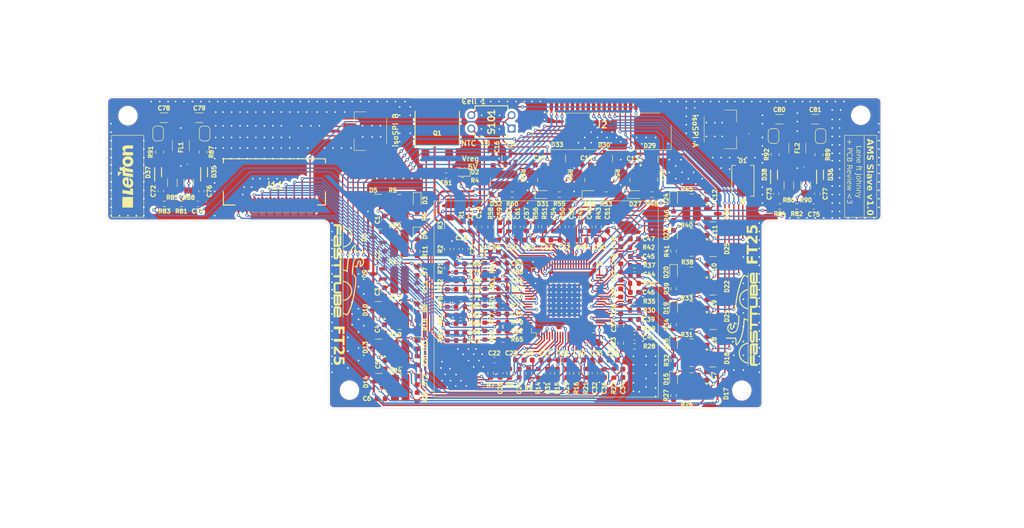
<source format=kicad_pcb>
(kicad_pcb
	(version 20240108)
	(generator "pcbnew")
	(generator_version "8.0")
	(general
		(thickness 1.6)
		(legacy_teardrops no)
	)
	(paper "A4")
	(layers
		(0 "F.Cu" signal)
		(1 "In1.Cu" signal)
		(2 "In2.Cu" signal)
		(31 "B.Cu" signal)
		(32 "B.Adhes" user "B.Adhesive")
		(33 "F.Adhes" user "F.Adhesive")
		(34 "B.Paste" user)
		(35 "F.Paste" user)
		(36 "B.SilkS" user "B.Silkscreen")
		(37 "F.SilkS" user "F.Silkscreen")
		(38 "B.Mask" user)
		(39 "F.Mask" user)
		(40 "Dwgs.User" user "User.Drawings")
		(41 "Cmts.User" user "User.Comments")
		(42 "Eco1.User" user "User.Eco1")
		(43 "Eco2.User" user "User.Eco2")
		(44 "Edge.Cuts" user)
		(45 "Margin" user)
		(46 "B.CrtYd" user "B.Courtyard")
		(47 "F.CrtYd" user "F.Courtyard")
		(48 "B.Fab" user)
		(49 "F.Fab" user)
		(50 "User.1" user)
		(51 "User.2" user)
		(52 "User.3" user)
		(53 "User.4" user)
		(54 "User.5" user)
		(55 "User.6" user)
		(56 "User.7" user)
		(57 "User.8" user)
		(58 "User.9" user)
	)
	(setup
		(stackup
			(layer "F.SilkS"
				(type "Top Silk Screen")
			)
			(layer "F.Paste"
				(type "Top Solder Paste")
			)
			(layer "F.Mask"
				(type "Top Solder Mask")
				(thickness 0.01)
			)
			(layer "F.Cu"
				(type "copper")
				(thickness 0.035)
			)
			(layer "dielectric 1"
				(type "prepreg")
				(thickness 0.1)
				(material "FR4")
				(epsilon_r 4.5)
				(loss_tangent 0.02)
			)
			(layer "In1.Cu"
				(type "copper")
				(thickness 0.035)
			)
			(layer "dielectric 2"
				(type "core")
				(thickness 1.24)
				(material "FR4")
				(epsilon_r 4.5)
				(loss_tangent 0.02)
			)
			(layer "In2.Cu"
				(type "copper")
				(thickness 0.035)
			)
			(layer "dielectric 3"
				(type "prepreg")
				(thickness 0.1)
				(material "FR4")
				(epsilon_r 4.5)
				(loss_tangent 0.02)
			)
			(layer "B.Cu"
				(type "copper")
				(thickness 0.035)
			)
			(layer "B.Mask"
				(type "Bottom Solder Mask")
				(thickness 0.01)
			)
			(layer "B.Paste"
				(type "Bottom Solder Paste")
			)
			(layer "B.SilkS"
				(type "Bottom Silk Screen")
			)
			(copper_finish "None")
			(dielectric_constraints no)
		)
		(pad_to_mask_clearance 0)
		(allow_soldermask_bridges_in_footprints no)
		(pcbplotparams
			(layerselection 0x00010fc_ffffffff)
			(plot_on_all_layers_selection 0x0000000_00000000)
			(disableapertmacros no)
			(usegerberextensions no)
			(usegerberattributes yes)
			(usegerberadvancedattributes yes)
			(creategerberjobfile yes)
			(dashed_line_dash_ratio 12.000000)
			(dashed_line_gap_ratio 3.000000)
			(svgprecision 4)
			(plotframeref no)
			(viasonmask no)
			(mode 1)
			(useauxorigin no)
			(hpglpennumber 1)
			(hpglpenspeed 20)
			(hpglpendiameter 15.000000)
			(pdf_front_fp_property_popups yes)
			(pdf_back_fp_property_popups yes)
			(dxfpolygonmode yes)
			(dxfimperialunits yes)
			(dxfusepcbnewfont yes)
			(psnegative no)
			(psa4output no)
			(plotreference yes)
			(plotvalue yes)
			(plotfptext yes)
			(plotinvisibletext no)
			(sketchpadsonfab no)
			(subtractmaskfromsilk no)
			(outputformat 1)
			(mirror no)
			(drillshape 0)
			(scaleselection 1)
			(outputdirectory "gerber/")
		)
	)
	(net 0 "")
	(net 1 "GND")
	(net 2 "Net-(U1-V+)")
	(net 3 "Net-(U1-DRIVE)")
	(net 4 "Net-(U1-VREF1)")
	(net 5 "+5V")
	(net 6 "/FilterBalancingNetwork/CB")
	(net 7 "/FilterBalancingNetwork/CB:A")
	(net 8 "/FilterBalancingNetwork/CA")
	(net 9 "/Cell 15{slash}16")
	(net 10 "/S16P")
	(net 11 "/S15P")
	(net 12 "/Cell 15{slash}14")
	(net 13 "/FilterBalancingNetwork1/CB:A")
	(net 14 "/FilterBalancingNetwork1/CB")
	(net 15 "/FilterBalancingNetwork1/CA")
	(net 16 "/S14P")
	(net 17 "/Cell 14{slash}13")
	(net 18 "/S13P")
	(net 19 "/Cell 13{slash}12")
	(net 20 "/FilterBalancingNetwork2/CB")
	(net 21 "/FilterBalancingNetwork2/CB:A")
	(net 22 "/FilterBalancingNetwork2/CA")
	(net 23 "/S12P")
	(net 24 "/Cell 12{slash}11")
	(net 25 "/S11P")
	(net 26 "/Cell 11{slash}10")
	(net 27 "/FilterBalancingNetwork3/CB")
	(net 28 "/FilterBalancingNetwork3/CB:A")
	(net 29 "/FilterBalancingNetwork3/CA")
	(net 30 "/Cell 10{slash}9")
	(net 31 "/S10P")
	(net 32 "/S9P")
	(net 33 "/Cell 9{slash}8")
	(net 34 "/FilterBalancingNetwork4/CB")
	(net 35 "/FilterBalancingNetwork4/CB:A")
	(net 36 "/FilterBalancingNetwork4/CA")
	(net 37 "/Cell 8{slash}7")
	(net 38 "/S8P")
	(net 39 "/Cell 7{slash}6")
	(net 40 "/S7P")
	(net 41 "/FilterBalancingNetwork5/CB:A")
	(net 42 "/FilterBalancingNetwork5/CB")
	(net 43 "/FilterBalancingNetwork5/CA")
	(net 44 "/Cell 6{slash}5")
	(net 45 "/S6P")
	(net 46 "/S5P")
	(net 47 "/Cell 5{slash}4")
	(net 48 "/FilterBalancingNetwork6/CB:A")
	(net 49 "/FilterBalancingNetwork6/CB")
	(net 50 "/FilterBalancingNetwork6/CA")
	(net 51 "/Cell 4{slash}3")
	(net 52 "/S4P")
	(net 53 "/S3P")
	(net 54 "/Cell 3{slash}2")
	(net 55 "/FilterBalancingNetwork7/CB")
	(net 56 "/FilterBalancingNetwork7/CB:A")
	(net 57 "/FilterBalancingNetwork7/CA")
	(net 58 "/Cell 2{slash}1")
	(net 59 "/S2P")
	(net 60 "/S1P")
	(net 61 "/NTC/V_out_1")
	(net 62 "/NTC/V_out_4")
	(net 63 "/NTC/V_out_7")
	(net 64 "/NTC/V_out_9")
	(net 65 "/NTC/V_out_2")
	(net 66 "/NTC/V_out_5")
	(net 67 "/NTC/V_out_10")
	(net 68 "/NTC/V_out_8")
	(net 69 "/NTC/V_out_3")
	(net 70 "/NTC/V_out_6")
	(net 71 "Clamp")
	(net 72 "/Cell 16")
	(net 73 "VBUS")
	(net 74 "+5V_NTC")
	(net 75 "unconnected-(U1-NC-Pad66)")
	(net 76 "/isoSPI/IPB")
	(net 77 "/isoSPI/IMA")
	(net 78 "/isoSPI/IMB")
	(net 79 "/isoSPI/IPA")
	(net 80 "Net-(C76-Pad2)")
	(net 81 "Net-(C77-Pad2)")
	(net 82 "Net-(J10-Pin_1)")
	(net 83 "Net-(JP1-B)")
	(net 84 "Net-(J10-Pin_2)")
	(net 85 "Net-(JP2-B)")
	(net 86 "Net-(JP3-B)")
	(net 87 "Net-(JP4-B)")
	(net 88 "Net-(D2-A)")
	(net 89 "Net-(D3-A)")
	(net 90 "Net-(D4-A)")
	(net 91 "Net-(D7-A)")
	(net 92 "Net-(D11-A)")
	(net 93 "Net-(D12-A)")
	(net 94 "/NTC/NTC2")
	(net 95 "/NTC/NTC3")
	(net 96 "/NTC/NTC1")
	(net 97 "/NTC/NTC6")
	(net 98 "/NTC/NTC4")
	(net 99 "/NTC/NTC5")
	(net 100 "/NTC/NTC9")
	(net 101 "/NTC/NTC7")
	(net 102 "/C2{slash}1_out")
	(net 103 "Net-(Q1-C)")
	(net 104 "Net-(D15-A)")
	(net 105 "Net-(D16-A)")
	(net 106 "Net-(D8-A)")
	(net 107 "Net-(D19-A)")
	(net 108 "Net-(D20-A)")
	(net 109 "Net-(D23-A)")
	(net 110 "Net-(D24-A)")
	(net 111 "Net-(D27-A)")
	(net 112 "Net-(D28-A)")
	(net 113 "Net-(D31-A)")
	(net 114 "Net-(D32-A)")
	(net 115 "Net-(D35-A2)")
	(net 116 "Net-(D36-A2)")
	(net 117 "Net-(D37-A2)")
	(net 118 "Net-(D38-A2)")
	(net 119 "Net-(JP1-A)")
	(net 120 "Net-(JP2-A)")
	(net 121 "Net-(JP3-A)")
	(net 122 "Net-(JP4-A)")
	(net 123 "Net-(Q1-E)")
	(net 124 "Net-(Q1-B)")
	(net 125 "/NTC/NTC8")
	(net 126 "NTC10_out")
	(net 127 "NTC10")
	(net 128 "Net-(J8-Pin_1)")
	(net 129 "Net-(J8-Pin_2)")
	(footprint "Capacitor_SMD:C_0603_1608Metric" (layer "F.Cu") (at 139.3 110 180))
	(footprint "Resistor_SMD:R_0603_1608Metric" (layer "F.Cu") (at 161.6 121.9 90))
	(footprint "Resistor_SMD:R_0603_1608Metric" (layer "F.Cu") (at 139.3 118))
	(footprint "Capacitor_SMD:C_0603_1608Metric" (layer "F.Cu") (at 177.9 121.5 90))
	(footprint "Resistor_SMD:R_0603_1608Metric" (layer "F.Cu") (at 144.2 127.599999 90))
	(footprint "Resistor_SMD:R_0603_1608Metric" (layer "F.Cu") (at 158.8625 93.8 180))
	(footprint "Capacitor_SMD:C_0603_1608Metric" (layer "F.Cu") (at 116.9 105.3 -90))
	(footprint "Package_TO_SOT_SMD:SOT-23" (layer "F.Cu") (at 167.1 87.1 90))
	(footprint "Resistor_SMD:R_0603_1608Metric" (layer "F.Cu") (at 146 127.600001 90))
	(footprint "Resistor_SMD:R_0603_1608Metric" (layer "F.Cu") (at 164.2 103.8 180))
	(footprint "LED_SMD:LED_0603_1608Metric" (layer "F.Cu") (at 123.1 108.299999 -90))
	(footprint "Capacitor_SMD:C_0603_1608Metric" (layer "F.Cu") (at 132.2 104.1 -90))
	(footprint "Resistor_SMD:R_1206_3216Metric" (layer "F.Cu") (at 196.6 92.05 90))
	(footprint "Capacitor_SMD:C_0603_1608Metric" (layer "F.Cu") (at 131.3 110.1 180))
	(footprint "Resistor_SMD:R_0603_1608Metric" (layer "F.Cu") (at 139.3 114.8))
	(footprint "Package_TO_SOT_SMD:SOT-23" (layer "F.Cu") (at 115.6625 95.3 180))
	(footprint "Resistor_SMD:R_0603_1608Metric" (layer "F.Cu") (at 75.3 95.5625))
	(footprint "LED_SMD:LED_0603_1608Metric" (layer "F.Cu") (at 123.1 122.2 -90))
	(footprint "Resistor_SMD:R_0603_1608Metric" (layer "F.Cu") (at 140.4 99.9 -90))
	(footprint "Slave:DLW43SH101XK2L" (layer "F.Cu") (at 78.4 84.5375 90))
	(footprint "Capacitor_SMD:C_0603_1608Metric" (layer "F.Cu") (at 152.3 99.9 90))
	(footprint "Slave:Balancing" (layer "F.Cu") (at 119.8 117.25 180))
	(footprint "Resistor_SMD:R_0603_1608Metric" (layer "F.Cu") (at 137 127.600001 90))
	(footprint "Capacitor_SMD:C_0603_1608Metric" (layer "F.Cu") (at 137.7 125.1))
	(footprint "Capacitor_SMD:C_0603_1608Metric" (layer "F.Cu") (at 139.3 116.4 180))
	(footprint "Resistor_SMD:R_0805_2012Metric" (layer "F.Cu") (at 82.6 85.7625 90))
	(footprint "Jumper:SolderJumper-2_P1.3mm_Open_RoundedPad1.0x1.5mm" (layer "F.Cu") (at 82.9 82.2625 90))
	(footprint "Slave:Balancing" (layer "F.Cu") (at 139.05 91 90))
	(footprint "Slave:36900000" (layer "F.Cu") (at 132.05 95))
	(footprint "Resistor_SMD:R_0603_1608Metric" (layer "F.Cu") (at 164.200002 110.6 180))
	(footprint "Resistor_SMD:R_0603_1608Metric" (layer "F.Cu") (at 150 93.8 180))
	(footprint "LED_SMD:LED_0603_1608Metric" (layer "F.Cu") (at 171.6 122.1 -90))
	(footprint "Resistor_SMD:R_0603_1608Metric" (layer "F.Cu") (at 171.6 118.4 90))
	(footprint "MountingHole:MountingHole_3.2mm_M3" (layer "F.Cu") (at 68.4 78.9))
	(footprint "Capacitor_SMD:C_0603_1608Metric" (layer "F.Cu") (at 164.200002 102.2 180))
	(footprint "Capacitor_SMD:C_0603_1608Metric" (layer "F.Cu") (at 198.1 96.05))
	(footprint "Capacitor_SMD:C_1206_3216Metric" (layer "F.Cu") (at 81.9 79.2625 180))
	(footprint "Capacitor_SMD:C_0603_1608Metric" (layer "F.Cu") (at 177.9 107.9 90))
	(footprint "FaSTTUBe_logos:LeitOn_small_w_sq" (layer "F.Cu") (at 67.916902 90.393212 90))
	(footprint "Package_TO_SO
... [2676664 chars truncated]
</source>
